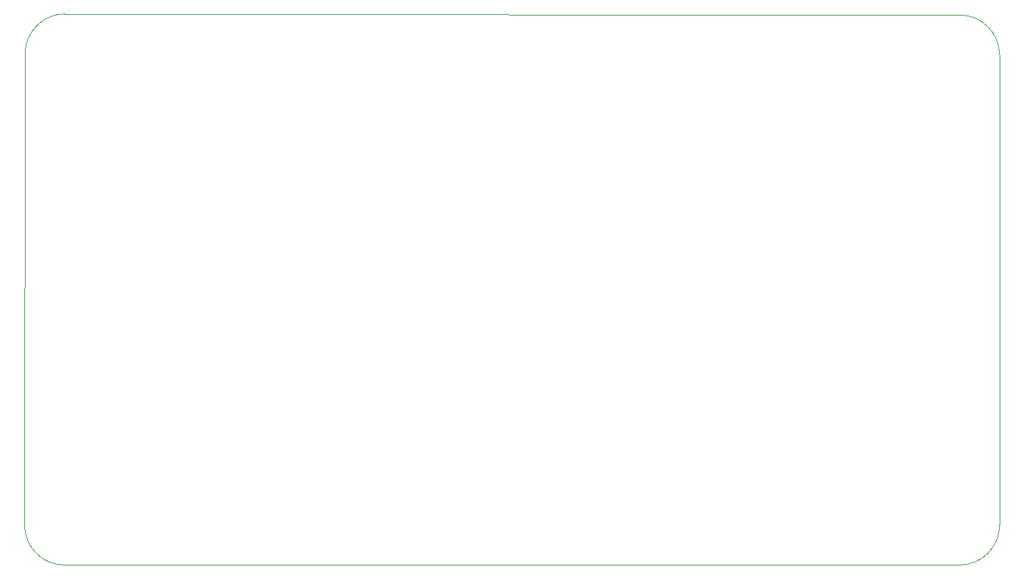
<source format=gbr>
%TF.GenerationSoftware,KiCad,Pcbnew,8.0.7*%
%TF.CreationDate,2025-02-19T10:26:08-06:00*%
%TF.ProjectId,RickNAS_4PortSATA,5269636b-4e41-4535-9f34-506f72745341,rev?*%
%TF.SameCoordinates,Original*%
%TF.FileFunction,Profile,NP*%
%FSLAX46Y46*%
G04 Gerber Fmt 4.6, Leading zero omitted, Abs format (unit mm)*
G04 Created by KiCad (PCBNEW 8.0.7) date 2025-02-19 10:26:08*
%MOMM*%
%LPD*%
G01*
G04 APERTURE LIST*
%TA.AperFunction,Profile*%
%ADD10C,0.050000*%
%TD*%
G04 APERTURE END LIST*
D10*
X86000000Y-79000000D02*
G75*
G02*
X91000000Y-74000000I5000000J0D01*
G01*
X91000000Y-74000000D02*
X203064466Y-74135534D01*
X85935534Y-138064466D02*
X86000000Y-79000000D01*
X208064466Y-79135534D02*
X208064466Y-138064466D01*
X203064466Y-143064466D02*
X90935534Y-143064466D01*
X90935534Y-143064466D02*
G75*
G02*
X85935534Y-138064466I-34J4999966D01*
G01*
X208064466Y-138064466D02*
G75*
G02*
X203064466Y-143064466I-4999966J-34D01*
G01*
X203064466Y-74135534D02*
G75*
G02*
X208064466Y-79135534I34J-4999966D01*
G01*
M02*

</source>
